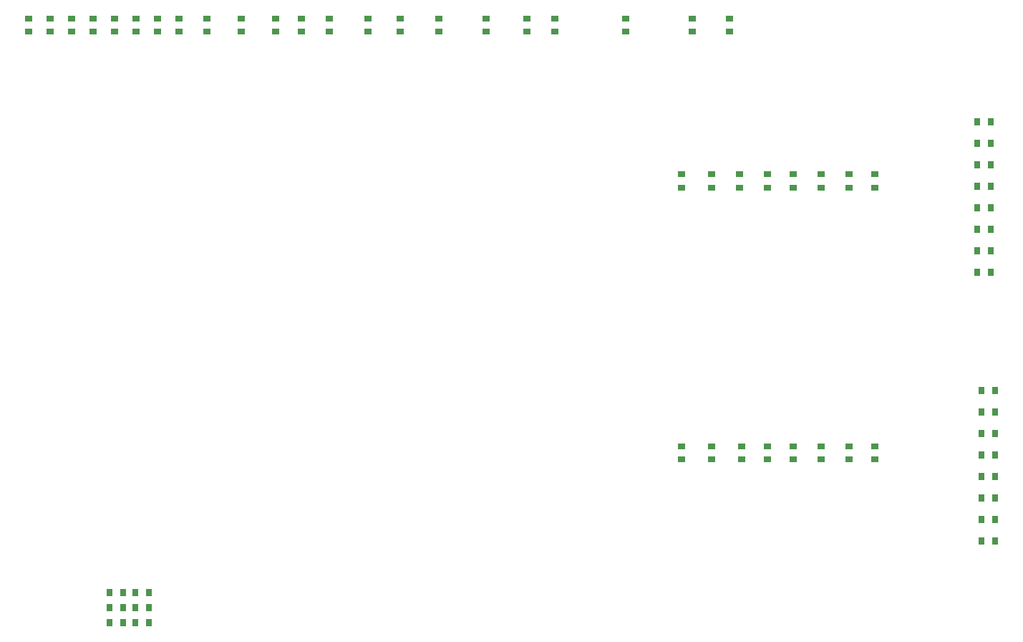
<source format=gbp>
G04*
G04 #@! TF.GenerationSoftware,Altium Limited,Altium Designer,22.3.1 (43)*
G04*
G04 Layer_Color=128*
%FSLAX25Y25*%
%MOIN*%
G70*
G04*
G04 #@! TF.SameCoordinates,F71B8339-E566-44E3-B05A-047308818BE7*
G04*
G04*
G04 #@! TF.FilePolarity,Positive*
G04*
G01*
G75*
%ADD16R,0.03150X0.03740*%
%ADD21R,0.03740X0.03150*%
D16*
X526150Y220000D02*
D03*
X519850D02*
D03*
X526150Y240000D02*
D03*
X519850D02*
D03*
X526150Y260000D02*
D03*
X519850D02*
D03*
X526150Y270000D02*
D03*
X519850D02*
D03*
X526150Y280000D02*
D03*
X519850D02*
D03*
X526150Y290000D02*
D03*
X519850D02*
D03*
X526150Y230000D02*
D03*
X519850D02*
D03*
X526150Y250000D02*
D03*
X519850D02*
D03*
X127850Y71000D02*
D03*
X134150D02*
D03*
X127701Y64000D02*
D03*
X134000D02*
D03*
X122150Y57000D02*
D03*
X115850D02*
D03*
X122150Y71000D02*
D03*
X115850D02*
D03*
X122150Y64000D02*
D03*
X115850D02*
D03*
X127850Y57000D02*
D03*
X134150D02*
D03*
X521850Y165000D02*
D03*
X528150D02*
D03*
X521850Y95000D02*
D03*
X528150D02*
D03*
X521850Y125000D02*
D03*
X528150D02*
D03*
X521850Y145000D02*
D03*
X528150D02*
D03*
X521850Y135000D02*
D03*
X528150D02*
D03*
X521850Y155000D02*
D03*
X528150D02*
D03*
X521850Y115000D02*
D03*
X528150D02*
D03*
X521850Y105000D02*
D03*
X528150D02*
D03*
D21*
X177000Y331850D02*
D03*
Y338150D02*
D03*
X161000Y331850D02*
D03*
Y338150D02*
D03*
X356000Y331850D02*
D03*
Y338150D02*
D03*
X269000Y331850D02*
D03*
Y338150D02*
D03*
X251000Y331850D02*
D03*
Y338150D02*
D03*
X310000Y331850D02*
D03*
Y338150D02*
D03*
X291000Y331850D02*
D03*
Y338150D02*
D03*
X323000Y331850D02*
D03*
Y338150D02*
D03*
X236000Y331850D02*
D03*
Y338150D02*
D03*
X193000Y331850D02*
D03*
Y338150D02*
D03*
X218000Y331850D02*
D03*
Y338150D02*
D03*
X205000Y331850D02*
D03*
Y338150D02*
D03*
X472000Y265650D02*
D03*
Y259350D02*
D03*
X422000Y265650D02*
D03*
Y259350D02*
D03*
X434000Y265650D02*
D03*
Y259350D02*
D03*
X396000Y265650D02*
D03*
Y259350D02*
D03*
X409000Y265650D02*
D03*
Y259350D02*
D03*
X460000Y265650D02*
D03*
Y259350D02*
D03*
X447000Y265650D02*
D03*
Y259350D02*
D03*
X382000Y265650D02*
D03*
Y259350D02*
D03*
X387000Y331850D02*
D03*
Y338150D02*
D03*
X404500Y331850D02*
D03*
Y338150D02*
D03*
X422000Y132850D02*
D03*
Y139150D02*
D03*
X396000Y132850D02*
D03*
Y139150D02*
D03*
X382000Y132850D02*
D03*
Y139150D02*
D03*
X434000Y132850D02*
D03*
Y139150D02*
D03*
X460000Y132850D02*
D03*
Y139150D02*
D03*
X472000Y132850D02*
D03*
Y139150D02*
D03*
X410000Y132850D02*
D03*
Y139150D02*
D03*
X447000Y132850D02*
D03*
Y139150D02*
D03*
X148000Y331850D02*
D03*
Y338150D02*
D03*
X138000Y331850D02*
D03*
Y338150D02*
D03*
X118000Y331850D02*
D03*
Y338150D02*
D03*
X128000Y331850D02*
D03*
Y338150D02*
D03*
X108000Y331850D02*
D03*
Y338150D02*
D03*
X98000Y331850D02*
D03*
Y338150D02*
D03*
X88000Y331850D02*
D03*
Y338150D02*
D03*
X78000Y331850D02*
D03*
Y338150D02*
D03*
M02*

</source>
